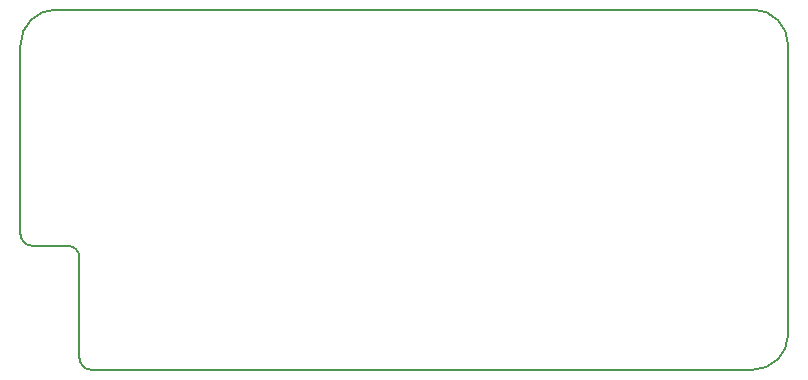
<source format=gbr>
G04 #@! TF.GenerationSoftware,KiCad,Pcbnew,(5.0.0)*
G04 #@! TF.CreationDate,2019-02-20T13:04:28+09:00*
G04 #@! TF.ProjectId,pi-ups,70692D7570732E6B696361645F706362,rev?*
G04 #@! TF.SameCoordinates,Original*
G04 #@! TF.FileFunction,Profile,NP*
%FSLAX46Y46*%
G04 Gerber Fmt 4.6, Leading zero omitted, Abs format (unit mm)*
G04 Created by KiCad (PCBNEW (5.0.0)) date 02/20/19 13:04:28*
%MOMM*%
%LPD*%
G01*
G04 APERTURE LIST*
%ADD10C,0.150000*%
%ADD11C,0.200000*%
G04 APERTURE END LIST*
D10*
X93000000Y-118500000D02*
X149000000Y-118500000D01*
X92000000Y-109000000D02*
X92000000Y-117500000D01*
X88000000Y-108000000D02*
X91000000Y-108000000D01*
X87000000Y-91000000D02*
X87000000Y-107000000D01*
D11*
X93000000Y-118500000D02*
G75*
G02X92000000Y-117500000I0J1000000D01*
G01*
X91000000Y-108000000D02*
G75*
G02X92000000Y-109000000I0J-1000000D01*
G01*
X88000000Y-108000000D02*
G75*
G02X87000000Y-107000000I0J1000000D01*
G01*
D10*
X152000000Y-91000000D02*
X152000000Y-115500000D01*
D11*
X152000000Y-115500000D02*
G75*
G02X149000000Y-118500000I-3000000J0D01*
G01*
D10*
X149000000Y-88000000D02*
X90000000Y-88000000D01*
X149000000Y-88000000D02*
G75*
G02X152000000Y-91000000I0J-3000000D01*
G01*
X87000000Y-91000000D02*
G75*
G02X90000000Y-88000000I3000000J0D01*
G01*
M02*

</source>
